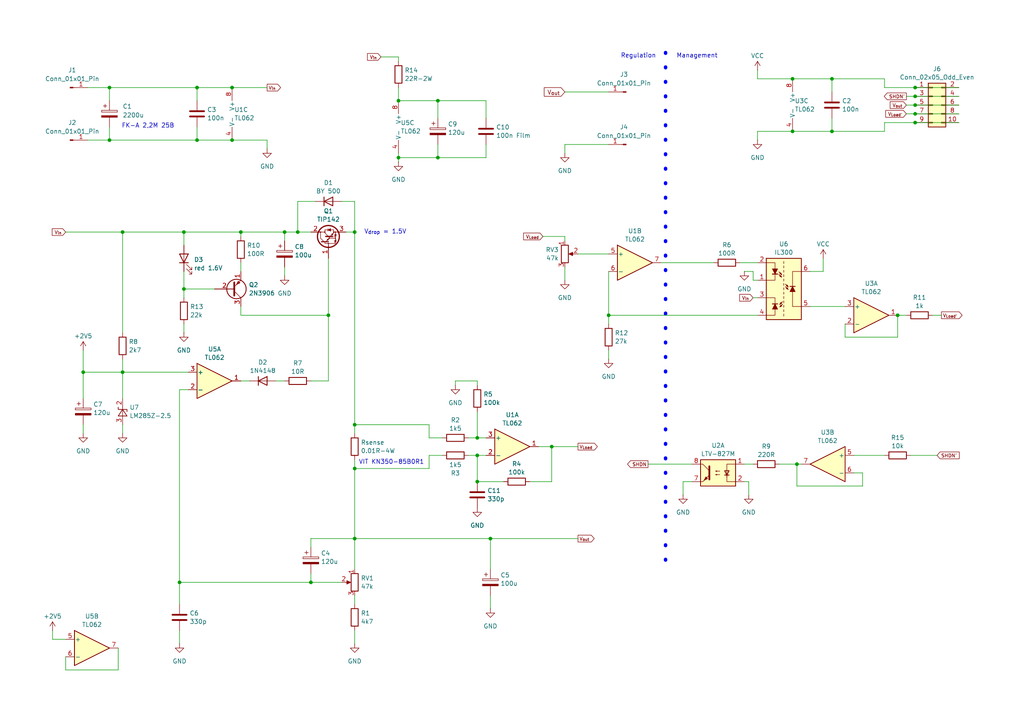
<source format=kicad_sch>
(kicad_sch (version 20231120) (generator "eeschema") (generator_version "8.0")
  (paper "A4")
  (lib_symbols
    (symbol "Amplifier_Operational:TL062" (pin_names (offset 0.127))
      (property "Reference" "U" (at 0 5.08 0))
      (property "Value" "TL062" (at 0 -5.08 0))
      (symbol "TL062_1_1"
        (polyline (pts (xy -5.08 5.08) (xy 5.08 0) (xy -5.08 -5.08) (xy -5.08 5.08)) (stroke (width 0.254)) (fill (type background)))
        (pin output line (at 7.62 0 180) (length 2.54) (name "~") (number "1"))
        (pin input line (at -7.62 -2.54 0) (length 2.54) (name "-") (number "2"))
        (pin input line (at -7.62 2.54 0) (length 2.54) (name "+") (number "3"))
      )
      (symbol "TL062_2_1"
        (polyline (pts (xy -5.08 5.08) (xy 5.08 0) (xy -5.08 -5.08) (xy -5.08 5.08)) (stroke (width 0.254)) (fill (type background)))
        (pin input line (at -7.62 2.54 0) (length 2.54) (name "+") (number "5"))
        (pin input line (at -7.62 -2.54 0) (length 2.54) (name "-") (number "6"))
        (pin output line (at 7.62 0 180) (length 2.54) (name "~") (number "7"))
      )
      (symbol "TL062_3_1"
        (pin power_in line (at -2.54 -7.62 90) (length 3.81) (name "V-") (number "4"))
        (pin power_in line (at -2.54 7.62 270) (length 3.81) (name "V+") (number "8"))
      )
    )
    (symbol "Connector:Conn_01x01_Pin" (pin_names (offset 1.016) hide)
      (property "Reference" "J" (at 0 2.54 0))
      (property "Value" "Conn_01x01_Pin" (at 0 -2.54 0))
      (symbol "Conn_01x01_Pin_1_1"
        (polyline (pts (xy 1.27 0) (xy 0.8636 0)) (stroke (width 0.1524)))
        (rectangle (start 0.8636 0.127) (end 0 -0.127) (stroke (width 0.1524)) (fill (type outline)))
        (pin passive line (at 5.08 0 180) (length 3.81) (name "Pin_1") (number "1"))
      )
    )
    (symbol "Connector_Generic:Conn_02x05_Odd_Even" (pin_names (offset 1.016) hide)
      (property "Reference" "J" (at 1.27 7.62 0))
      (property "Value" "Conn_02x05_Odd_Even" (at 1.27 -7.62 0))
      (symbol "Conn_02x05_Odd_Even_1_1"
        (rectangle (start -1.27 -4.953) (end 0 -5.207) (stroke (width 0.1524)))
        (rectangle (start -1.27 -2.413) (end 0 -2.667) (stroke (width 0.1524)))
        (rectangle (start -1.27 0.127) (end 0 -0.127) (stroke (width 0.1524)))
        (rectangle (start -1.27 2.667) (end 0 2.413) (stroke (width 0.1524)))
        (rectangle (start -1.27 5.207) (end 0 4.953) (stroke (width 0.1524)))
        (rectangle (start -1.27 6.35) (end 3.81 -6.35) (stroke (width 0.254)) (fill (type background)))
        (rectangle (start 3.81 -4.953) (end 2.54 -5.207) (stroke (width 0.1524)))
        (rectangle (start 3.81 -2.413) (end 2.54 -2.667) (stroke (width 0.1524)))
        (rectangle (start 3.81 0.127) (end 2.54 -0.127) (stroke (width 0.1524)))
        (rectangle (start 3.81 2.667) (end 2.54 2.413) (stroke (width 0.1524)))
        (rectangle (start 3.81 5.207) (end 2.54 4.953) (stroke (width 0.1524)))
        (pin passive line (at -5.08 5.08 0) (length 3.81) (name "Pin_1") (number "1"))
        (pin passive line (at 7.62 -5.08 180) (length 3.81) (name "Pin_10") (number "10"))
        (pin passive line (at 7.62 5.08 180) (length 3.81) (name "Pin_2") (number "2"))
        (pin passive line (at -5.08 2.54 0) (length 3.81) (name "Pin_3") (number "3"))
        (pin passive line (at 7.62 2.54 180) (length 3.81) (name "Pin_4") (number "4"))
        (pin passive line (at -5.08 0 0) (length 3.81) (name "Pin_5") (number "5"))
        (pin passive line (at 7.62 0 180) (length 3.81) (name "Pin_6") (number "6"))
        (pin passive line (at -5.08 -2.54 0) (length 3.81) (name "Pin_7") (number "7"))
        (pin passive line (at 7.62 -2.54 180) (length 3.81) (name "Pin_8") (number "8"))
        (pin passive line (at -5.08 -5.08 0) (length 3.81) (name "Pin_9") (number "9"))
      )
    )
    (symbol "Device:C" (pin_numbers hide) (pin_names (offset 0.254))
      (property "Reference" "C" (at 0.635 2.54 0))
      (property "Value" "C" (at 0.635 -2.54 0))
      (symbol "C_0_1"
        (polyline (pts (xy -2.032 -0.762) (xy 2.032 -0.762)) (stroke (width 0.508)))
        (polyline (pts (xy -2.032 0.762) (xy 2.032 0.762)) (stroke (width 0.508)))
      )
      (symbol "C_1_1"
        (pin passive line (at 0 3.81 270) (length 2.794) (name "~") (number "1"))
        (pin passive line (at 0 -3.81 90) (length 2.794) (name "~") (number "2"))
      )
    )
    (symbol "Device:C_Polarized" (pin_numbers hide) (pin_names (offset 0.254))
      (property "Reference" "C" (at 0.635 2.54 0))
      (property "Value" "C_Polarized" (at 0.635 -2.54 0))
      (symbol "C_Polarized_0_1"
        (rectangle (start -2.286 0.508) (end 2.286 1.016))
        (polyline (pts (xy -1.778 2.286) (xy -0.762 2.286)))
        (polyline (pts (xy -1.27 2.794) (xy -1.27 1.778)))
        (rectangle (start 2.286 -0.508) (end -2.286 -1.016) (fill (type outline)))
      )
      (symbol "C_Polarized_1_1"
        (pin passive line (at 0 3.81 270) (length 2.794) (name "~") (number "1"))
        (pin passive line (at 0 -3.81 90) (length 2.794) (name "~") (number "2"))
      )
    )
    (symbol "Device:D" (pin_numbers hide) (pin_names (offset 1.016) hide)
      (property "Reference" "D" (at 0 2.54 0))
      (property "Value" "D" (at 0 -2.54 0))
      (symbol "D_0_1"
        (polyline (pts (xy -1.27 1.27) (xy -1.27 -1.27)) (stroke (width 0.254)))
        (polyline (pts (xy 1.27 0) (xy -1.27 0)))
        (polyline (pts (xy 1.27 1.27) (xy 1.27 -1.27) (xy -1.27 0) (xy 1.27 1.27)) (stroke (width 0.254)))
      )
      (symbol "D_1_1"
        (pin passive line (at -3.81 0 0) (length 2.54) (name "K") (number "1"))
        (pin passive line (at 3.81 0 180) (length 2.54) (name "A") (number "2"))
      )
    )
    (symbol "Device:LED" (pin_numbers hide) (pin_names (offset 1.016) hide)
      (property "Reference" "D" (at 0 2.54 0))
      (property "Value" "LED" (at 0 -2.54 0))
      (symbol "LED_0_1"
        (polyline (pts (xy -1.27 -1.27) (xy -1.27 1.27)) (stroke (width 0.254)))
        (polyline (pts (xy -1.27 0) (xy 1.27 0)))
        (polyline (pts (xy 1.27 -1.27) (xy 1.27 1.27) (xy -1.27 0) (xy 1.27 -1.27)) (stroke (width 0.254)))
        (polyline (pts (xy -3.048 -0.762) (xy -4.572 -2.286) (xy -3.81 -2.286) (xy -4.572 -2.286) (xy -4.572 -1.524)))
        (polyline (pts (xy -1.778 -0.762) (xy -3.302 -2.286) (xy -2.54 -2.286) (xy -3.302 -2.286) (xy -3.302 -1.524)))
      )
      (symbol "LED_1_1"
        (pin passive line (at -3.81 0 0) (length 2.54) (name "K") (number "1"))
        (pin passive line (at 3.81 0 180) (length 2.54) (name "A") (number "2"))
      )
    )
    (symbol "Device:R" (pin_numbers hide) (pin_names (offset 0))
      (property "Reference" "R" (at 2.032 0 90))
      (property "Value" "R" (at 0 0 90))
      (symbol "R_0_1"
        (rectangle (start -1.016 -2.54) (end 1.016 2.54) (stroke (width 0.254)))
      )
      (symbol "R_1_1"
        (pin passive line (at 0 3.81 270) (length 1.27) (name "~") (number "1"))
        (pin passive line (at 0 -3.81 90) (length 1.27) (name "~") (number "2"))
      )
    )
    (symbol "Device:R_Potentiometer" (pin_names (offset 1.016) hide)
      (property "Reference" "RV" (at -4.445 0 90))
      (property "Value" "R_Potentiometer" (at -2.54 0 90))
      (symbol "R_Potentiometer_0_1"
        (polyline (pts (xy 2.54 0) (xy 1.524 0)))
        (polyline (pts (xy 1.143 0) (xy 2.286 0.508) (xy 2.286 -0.508) (xy 1.143 0)) (fill (type outline)))
        (rectangle (start 1.016 2.54) (end -1.016 -2.54) (stroke (width 0.254)))
      )
      (symbol "R_Potentiometer_1_1"
        (pin passive line (at 0 3.81 270) (length 1.27) (name "1") (number "1"))
        (pin passive line (at 3.81 0 180) (length 1.27) (name "2") (number "2"))
        (pin passive line (at 0 -3.81 90) (length 1.27) (name "3") (number "3"))
      )
    )
    (symbol "Diode:1N4148" (pin_numbers hide) (pin_names hide)
      (property "Reference" "D" (at 0 2.54 0))
      (property "Value" "1N4148" (at 0 -2.54 0))
      (symbol "1N4148_0_1"
        (polyline (pts (xy -1.27 1.27) (xy -1.27 -1.27)) (stroke (width 0.254)))
        (polyline (pts (xy 1.27 0) (xy -1.27 0)))
        (polyline (pts (xy 1.27 1.27) (xy 1.27 -1.27) (xy -1.27 0) (xy 1.27 1.27)) (stroke (width 0.254)))
      )
      (symbol "1N4148_1_1"
        (pin passive line (at -3.81 0 0) (length 2.54) (name "K") (number "1"))
        (pin passive line (at 3.81 0 180) (length 2.54) (name "A") (number "2"))
      )
    )
    (symbol "Isolator:LTV-827M" (pin_names (offset 1.016))
      (property "Reference" "U" (at -3.81 5.08 0))
      (property "Value" "LTV-827M" (at 0 -5.08 0))
      (symbol "LTV-827M_0_1"
        (rectangle (start -5.08 3.81) (end 5.08 -3.81) (stroke (width 0.254)) (fill (type background)))
        (polyline (pts (xy -3.175 -0.635) (xy -1.905 -0.635)) (stroke (width 0.254)))
        (polyline (pts (xy 2.54 0.635) (xy 4.445 2.54)))
        (polyline (pts (xy 4.445 -2.54) (xy 2.54 -0.635)) (fill (type outline)))
        (polyline (pts (xy 4.445 -2.54) (xy 5.08 -2.54)))
        (polyline (pts (xy 4.445 2.54) (xy 5.08 2.54)))
        (polyline (pts (xy -2.54 -0.635) (xy -2.54 -2.54) (xy -5.08 -2.54)))
        (polyline (pts (xy 2.54 1.905) (xy 2.54 -1.905) (xy 2.54 -1.905)) (stroke (width 0.508)))
        (polyline (pts (xy -5.08 2.54) (xy -2.54 2.54) (xy -2.54 -1.27) (xy -2.54 0.635)))
        (polyline (pts (xy -2.54 -0.635) (xy -3.175 0.635) (xy -1.905 0.635) (xy -2.54 -0.635)) (stroke (width 0.254)))
        (polyline (pts (xy -0.508 -0.508) (xy 0.762 -0.508) (xy 0.381 -0.635) (xy 0.381 -0.381) (xy 0.762 -0.508)))
        (polyline (pts (xy -0.508 0.508) (xy 0.762 0.508) (xy 0.381 0.381) (xy 0.381 0.635) (xy 0.762 0.508)))
        (polyline (pts (xy 3.048 -1.651) (xy 3.556 -1.143) (xy 4.064 -2.159) (xy 3.048 -1.651) (xy 3.048 -1.651)) (fill (type outline)))
      )
      (symbol "LTV-827M_1_1"
        (pin passive line (at -7.62 2.54 0) (length 2.54) (name "~") (number "1"))
        (pin passive line (at -7.62 -2.54 0) (length 2.54) (name "~") (number "2"))
        (pin passive line (at 7.62 -2.54 180) (length 2.54) (name "~") (number "7"))
        (pin passive line (at 7.62 2.54 180) (length 2.54) (name "~") (number "8"))
      )
      (symbol "LTV-827M_2_1"
        (pin passive line (at -7.62 2.54 0) (length 2.54) (name "~") (number "3"))
        (pin passive line (at -7.62 -2.54 0) (length 2.54) (name "~") (number "4"))
        (pin passive line (at 7.62 -2.54 180) (length 2.54) (name "~") (number "5"))
        (pin passive line (at 7.62 2.54 180) (length 2.54) (name "~") (number "6"))
      )
    )
    (symbol "Isolator_Analog:IL300" (pin_names (offset 1.016))
      (property "Reference" "U" (at -5.08 10.16 0))
      (property "Value" "IL300" (at 0 10.16 0))
      (symbol "IL300_0_1"
        (rectangle (start -5.08 8.89) (end 5.08 -8.89) (stroke (width 0.254)) (fill (type background)))
        (polyline (pts (xy -3.302 -4.318) (xy -1.778 -4.318)) (stroke (width 0.254)))
        (polyline (pts (xy -1.778 4.318) (xy -3.302 4.318)) (stroke (width 0.254)))
        (polyline (pts (xy -1.778 4.318) (xy -3.302 4.318)) (stroke (width 0.254)))
        (polyline (pts (xy 0 -7.239) (xy 0 -7.874)))
        (polyline (pts (xy 0 -5.969) (xy 0 -6.604)))
        (polyline (pts (xy 0 -4.699) (xy 0 -5.334)))
        (polyline (pts (xy 0 -3.429) (xy 0 -4.064)))
        (polyline (pts (xy 0 -2.159) (xy 0 -2.794)))
        (polyline (pts (xy 0 -0.889) (xy 0 -1.524)))
        (polyline (pts (xy 0 0.381) (xy 0 -0.254)))
        (polyline (pts (xy 0 1.651) (xy 0 1.016)))
        (polyline (pts (xy 0 2.921) (xy 0 2.286)))
        (polyline (pts (xy 0 4.191) (xy 0 3.556)))
        (polyline (pts (xy 0 5.461) (xy 0 4.826)))
        (polyline (pts (xy 0 6.731) (xy 0 6.096)))
        (polyline (pts (xy 0 8.001) (xy 0 7.366)))
        (polyline (pts (xy 1.778 0.762) (xy 3.302 0.762)) (stroke (width 0.254)))
        (polyline (pts (xy -1.397 4.953) (xy -0.635 4.191) (xy -0.635 4.191)))
        (polyline (pts (xy -1.397 4.953) (xy -0.635 4.191) (xy -0.635 4.191)))
        (polyline (pts (xy -0.381 -3.683) (xy -1.143 -4.445) (xy -1.143 -4.445)))
        (polyline (pts (xy -0.381 -3.683) (xy -1.143 -4.445) (xy -1.143 -4.445)))
        (polyline (pts (xy 0.508 1.397) (xy 1.27 0.635) (xy 1.27 0.635)))
        (polyline (pts (xy 0.508 1.397) (xy 1.27 0.635) (xy 1.27 0.635)))
        (polyline (pts (xy -5.08 -2.54) (xy -2.54 -2.54) (xy -2.54 -7.62) (xy -5.08 -7.62)))
        (polyline (pts (xy -5.08 7.62) (xy -2.54 7.62) (xy -2.54 2.54) (xy -5.08 2.54)))
        (polyline (pts (xy -3.302 -5.842) (xy -2.54 -4.318) (xy -1.778 -5.842) (xy -3.302 -5.842)) (fill (type outline)))
        (polyline (pts (xy -3.302 5.842) (xy -1.778 5.842) (xy -2.54 4.318) (xy -3.302 5.842)) (fill (type outline)))
        (polyline (pts (xy 3.302 -0.762) (xy 1.778 -0.762) (xy 2.54 0.762) (xy 3.302 -0.762)) (fill (type outline)))
        (polyline (pts (xy 5.08 5.08) (xy 2.54 5.08) (xy 2.54 -5.08) (xy 5.08 -5.08)))
        (polyline (pts (xy -1.143 -4.445) (xy -0.889 -3.937) (xy -0.635 -4.191) (xy -1.143 -4.445) (xy -1.143 -4.445)))
        (polyline (pts (xy -1.143 -4.445) (xy -0.889 -3.937) (xy -0.635 -4.191) (xy -1.143 -4.445) (xy -1.143 -4.445)))
        (polyline (pts (xy -0.635 4.191) (xy -0.889 4.699) (xy -1.143 4.445) (xy -0.635 4.191) (xy -0.635 4.191)))
        (polyline (pts (xy -0.635 4.191) (xy -0.889 4.699) (xy -1.143 4.445) (xy -0.635 4.191) (xy -0.635 4.191)))
        (polyline (pts (xy 1.27 0.635) (xy 1.016 1.143) (xy 0.762 0.889) (xy 1.27 0.635) (xy 1.27 0.635)))
        (polyline (pts (xy 1.27 0.635) (xy 1.016 1.143) (xy 0.762 0.889) (xy 1.27 0.635) (xy 1.27 0.635)))
        (polyline (pts (xy -1.397 4.191) (xy -0.635 3.429) (xy -0.889 3.937) (xy -1.143 3.683) (xy -0.635 3.429) (xy -0.635 3.429)))
        (polyline (pts (xy -1.397 4.191) (xy -0.635 3.429) (xy -0.889 3.937) (xy -1.143 3.683) (xy -0.635 3.429) (xy -0.635 3.429)))
        (polyline (pts (xy -0.381 -4.445) (xy -1.143 -5.207) (xy -0.889 -4.699) (xy -0.635 -4.953) (xy -1.143 -5.207) (xy -1.143 -5.207)))
        (polyline (pts (xy -0.381 -4.445) (xy -1.143 -5.207) (xy -0.889 -4.699) (xy -0.635 -4.953) (xy -1.143 -5.207) (xy -1.143 -5.207)))
        (polyline (pts (xy 0.508 0.635) (xy 1.27 -0.127) (xy 1.016 0.381) (xy 0.762 0.127) (xy 1.27 -0.127) (xy 1.27 -0.127)))
        (polyline (pts (xy 0.508 0.635) (xy 1.27 -0.127) (xy 1.016 0.381) (xy 0.762 0.127) (xy 1.27 -0.127) (xy 1.27 -0.127)))
      )
      (symbol "IL300_1_1"
        (pin passive line (at -7.62 2.54 0) (length 2.54) (name "~") (number "1"))
        (pin passive line (at -7.62 7.62 0) (length 2.54) (name "~") (number "2"))
        (pin passive line (at -7.62 -2.54 0) (length 2.54) (name "~") (number "3"))
        (pin passive line (at -7.62 -7.62 0) (length 2.54) (name "~") (number "4"))
        (pin passive line (at 7.62 -5.08 180) (length 2.54) (name "~") (number "5"))
        (pin passive line (at 7.62 5.08 180) (length 2.54) (name "~") (number "6"))
        (pin no_connect line (at 5.08 2.54 180) (length 2.54) hide (name "NC") (number "7"))
        (pin no_connect line (at 5.08 0 180) (length 2.54) hide (name "NC") (number "8"))
      )
    )
    (symbol "Reference_Voltage:LM285Z-2.5" (pin_names (offset 0.0254) hide)
      (property "Reference" "U" (at 0 2.54 0))
      (property "Value" "LM285Z-2.5" (at 0 -3.175 0))
      (symbol "LM285Z-2.5_0_1"
        (polyline (pts (xy -1.27 0) (xy 0 0) (xy 1.27 0)))
        (polyline (pts (xy -1.27 -1.27) (xy 0.635 0) (xy -1.27 1.27) (xy -1.27 -1.27)) (stroke (width 0.2032)))
        (polyline (pts (xy 0 -1.27) (xy 0.635 -1.27) (xy 0.635 1.27) (xy 1.27 1.27)) (stroke (width 0.2032)))
      )
      (symbol "LM285Z-2.5_1_1"
        (pin passive line (at 3.81 0 180) (length 2.54) (name "K") (number "2"))
        (pin passive line (at -3.81 0 0) (length 2.54) (name "A") (number "3"))
      )
    )
    (symbol "Transistor_BJT:2N3906" (pin_names (offset 0) hide)
      (property "Reference" "Q" (at 5.08 1.905 0))
      (property "Value" "2N3906" (at 5.08 0 0))
      (symbol "2N3906_0_1"
        (polyline (pts (xy 0.635 0.635) (xy 2.54 2.54)))
        (polyline (pts (xy 0.635 -0.635) (xy 2.54 -2.54) (xy 2.54 -2.54)))
        (polyline (pts (xy 0.635 1.905) (xy 0.635 -1.905) (xy 0.635 -1.905)) (stroke (width 0.508)))
        (polyline (pts (xy 2.286 -1.778) (xy 1.778 -2.286) (xy 1.27 -1.27) (xy 2.286 -1.778) (xy 2.286 -1.778)) (fill (type outline)))
        (circle (center 1.27 0) (radius 2.8194) (stroke (width 0.254)))
      )
      (symbol "2N3906_1_1"
        (pin passive line (at 2.54 -5.08 90) (length 2.54) (name "E") (number "1"))
        (pin input line (at -5.08 0 0) (length 5.715) (name "B") (number "2"))
        (pin passive line (at 2.54 5.08 270) (length 2.54) (name "C") (number "3"))
      )
    )
    (symbol "Transistor_BJT:TIP120" (pin_names (offset 0) hide)
      (property "Reference" "Q" (at 5.08 1.905 0))
      (property "Value" "TIP120" (at 5.08 0 0))
      (symbol "TIP120_0_1"
        (circle (center -0.762 0) (radius 0.127))
        (polyline (pts (xy -1.27 0) (xy -0.889 0)))
        (polyline (pts (xy 2.54 -2.032) (xy 2.54 -2.54)))
        (polyline (pts (xy 2.54 -1.524) (xy 3.175 -1.524)))
        (polyline (pts (xy 2.794 0.127) (xy 3.556 0.127)))
        (polyline (pts (xy 3.175 -0.635) (xy 3.175 -1.524)))
        (polyline (pts (xy 3.175 1.016) (xy 2.54 1.016)))
        (polyline (pts (xy 3.175 1.016) (xy 3.175 0.127)))
        (polyline (pts (xy -0.254 0.762) (xy 0.762 -0.254) (xy 1.27 -0.254)))
        (polyline (pts (xy -0.254 1.016) (xy -0.762 1.016) (xy -0.762 -2.032)))
        (polyline (pts (xy -0.254 1.27) (xy 0.762 2.286) (xy 2.54 2.286)))
        (polyline (pts (xy -0.254 2.032) (xy -0.254 0) (xy -0.254 0)) (stroke (width 0.3048)))
        (polyline (pts (xy 1.27 0.762) (xy 1.27 -1.27) (xy 1.27 -1.27)) (stroke (width 0.381)))
        (polyline (pts (xy 0.635 -0.127) (xy 0.381 0.381) (xy 0.127 0.127) (xy 0.635 -0.127)))
        (polyline (pts (xy 1.27 -0.508) (xy 2.286 -1.524) (xy 2.54 -1.524) (xy 2.54 -2.032)))
        (polyline (pts (xy 1.27 0) (xy 2.286 1.016) (xy 2.54 1.016) (xy 2.54 2.286)))
        (polyline (pts (xy 2.159 -1.397) (xy 1.905 -0.889) (xy 1.651 -1.143) (xy 2.159 -1.397)))
        (polyline (pts (xy 3.175 0.127) (xy 2.794 -0.635) (xy 3.556 -0.635) (xy 3.175 0.127)) (fill (type outline)))
        (polyline (pts (xy 0.762 -2.032) (xy 0.381 -2.032) (xy 0.254 -2.286) (xy 0.127 -1.778) (xy 0 -2.286) (xy -0.127 -1.778) (xy -0.254 -2.286) (xy -0.381 -1.778) (xy -0.508 -2.032) (xy -0.762 -2.032)))
        (polyline (pts (xy 0.762 -0.254) (xy 0.762 -2.032) (xy 1.143 -2.032) (xy 1.27 -1.778) (xy 1.397 -2.286) (xy 1.524 -1.778) (xy 1.651 -2.286) (xy 1.778 -1.778) (xy 1.905 -2.286) (xy 2.032 -2.032) (xy 2.54 -2.032)))
        (circle (center 0.762 -2.032) (radius 0.127))
        (circle (center 0.762 -0.254) (radius 0.127))
        (circle (center 1.27 0) (radius 3.175) (stroke (width 0.3556)))
        (circle (center 2.54 -2.032) (radius 0.127))
        (circle (center 2.54 -1.524) (radius 0.127))
        (circle (center 2.54 1.016) (radius 0.127))
        (circle (center 2.54 2.286) (radius 0.127))
      )
      (symbol "TIP120_1_1"
        (pin input line (at -5.08 0 0) (length 3.81) (name "B") (number "1"))
        (pin passive line (at 2.54 5.08 270) (length 2.667) (name "C") (number "2"))
        (pin passive line (at 2.54 -5.08 90) (length 2.54) (name "E") (number "3"))
      )
    )
    (symbol "power:+2V5" (power) (pin_numbers hide) (pin_names (offset 0) hide)
      (property "Value" "+2V5" (at 0 3.556 0))
      (symbol "+2V5_0_1"
        (polyline (pts (xy -0.762 1.27) (xy 0 2.54)))
        (polyline (pts (xy 0 0) (xy 0 2.54)))
        (polyline (pts (xy 0 2.54) (xy 0.762 1.27)))
      )
      (symbol "+2V5_1_1"
        (pin power_in line (at 0 0 90) (length 0) (name "~") (number "1"))
      )
    )
    (symbol "power:GND" (power) (pin_numbers hide) (pin_names (offset 0) hide)
      (property "Value" "GND" (at 0 -3.81 0))
      (symbol "GND_0_1"
        (polyline (pts (xy 0 0) (xy 0 -1.27) (xy 1.27 -1.27) (xy 0 -2.54) (xy -1.27 -1.27) (xy 0 -1.27)))
      )
      (symbol "GND_1_1"
        (pin power_in line (at 0 0 270) (length 0) (name "~") (number "1"))
      )
    )
    (symbol "power:VCC" (power) (pin_numbers hide) (pin_names (offset 0) hide)
      (property "Value" "VCC" (at 0 3.556 0))
      (symbol "VCC_0_1"
        (polyline (pts (xy -0.762 1.27) (xy 0 2.54)))
        (polyline (pts (xy 0 0) (xy 0 2.54)))
        (polyline (pts (xy 0 2.54) (xy 0.762 1.27)))
      )
      (symbol "VCC_1_1"
        (pin power_in line (at 0 0 90) (length 0) (name "~") (number "1"))
      )
    )
  )
  (junction (at 86.36 67.31))
  (junction (at 82.55 67.31))
  (junction (at 127 45.72))
  (junction (at 24.13 107.95))
  (junction (at 265.43 30.48))
  (junction (at 229.87 22.86))
  (junction (at 115.57 29.21))
  (junction (at 53.34 83.82))
  (junction (at 176.53 91.44))
  (junction (at 31.75 40.64))
  (junction (at 142.24 156.21))
  (junction (at 90.17 168.91))
  (junction (at 67.31 25.4))
  (junction (at 69.85 67.31))
  (junction (at 160.02 129.54))
  (junction (at 95.25 91.44))
  (junction (at 52.07 168.91))
  (junction (at 35.56 107.95))
  (junction (at 265.43 33.02))
  (junction (at 229.87 38.1))
  (junction (at 138.43 127))
  (junction (at 127 29.21))
  (junction (at 102.87 156.21))
  (junction (at 67.31 40.64))
  (junction (at 102.87 135.89))
  (junction (at 241.3 22.86))
  (junction (at 115.57 45.72))
  (junction (at 260.35 91.44))
  (junction (at 138.43 132.08))
  (junction (at 102.87 123.19))
  (junction (at 53.34 67.31))
  (junction (at 138.43 139.7))
  (junction (at 231.14 134.62))
  (junction (at 31.75 25.4))
  (junction (at 57.15 40.64))
  (junction (at 57.15 25.4))
  (junction (at 265.43 25.4))
  (junction (at 265.43 27.94))
  (junction (at 35.56 67.31))
  (junction (at 241.3 38.1))
  (junction (at 102.87 67.31))
  (junction (at 265.43 35.56))
  (wire (pts (xy 247.65 137.16) (xy 250.19 137.16)))
  (wire (pts (xy 69.85 88.9) (xy 69.85 91.44)))
  (wire (pts (xy 218.44 81.28) (xy 219.71 81.28)))
  (wire (pts (xy 140.97 41.91) (xy 140.97 45.72)))
  (wire (pts (xy 124.46 132.08) (xy 124.46 135.89)))
  (wire (pts (xy 115.57 45.72) (xy 115.57 46.99)))
  (wire (pts (xy 53.34 86.36) (xy 53.34 83.82)))
  (wire (pts (xy 95.25 91.44) (xy 95.25 110.49)))
  (wire (pts (xy 245.11 97.79) (xy 245.11 93.98)))
  (wire (pts (xy 219.71 91.44) (xy 176.53 91.44)))
  (wire (pts (xy 52.07 182.88) (xy 52.07 186.69)))
  (wire (pts (xy 102.87 123.19) (xy 102.87 125.73)))
  (wire (pts (xy 142.24 172.72) (xy 142.24 176.53)))
  (wire (pts (xy 265.43 25.4) (xy 278.13 25.4)))
  (wire (pts (xy 138.43 132.08) (xy 140.97 132.08)))
  (wire (pts (xy 200.66 139.7) (xy 198.12 139.7)))
  (wire (pts (xy 90.17 168.91) (xy 99.06 168.91)))
  (wire (pts (xy 86.36 67.31) (xy 90.17 67.31)))
  (wire (pts (xy 77.47 43.18) (xy 77.47 40.64)))
  (wire (pts (xy 265.43 33.02) (xy 278.13 33.02)))
  (wire (pts (xy 231.14 140.97) (xy 231.14 134.62)))
  (wire (pts (xy 167.64 73.66) (xy 176.53 73.66)))
  (wire (pts (xy 187.96 134.62) (xy 200.66 134.62)))
  (wire (pts (xy 256.54 25.4) (xy 265.43 25.4)))
  (wire (pts (xy 219.71 22.86) (xy 219.71 20.32)))
  (wire (pts (xy 219.71 40.64) (xy 219.71 38.1)))
  (wire (pts (xy 69.85 110.49) (xy 72.39 110.49)))
  (wire (pts (xy 217.17 139.7) (xy 217.17 143.51)))
  (wire (pts (xy 19.05 190.5) (xy 19.05 194.31)))
  (wire (pts (xy 142.24 156.21) (xy 167.64 156.21)))
  (wire (pts (xy 256.54 35.56) (xy 265.43 35.56)))
  (wire (pts (xy 24.13 107.95) (xy 24.13 115.57)))
  (wire (pts (xy 226.06 134.62) (xy 231.14 134.62)))
  (wire (pts (xy 160.02 139.7) (xy 153.67 139.7)))
  (wire (pts (xy 24.13 123.19) (xy 24.13 125.73)))
  (wire (pts (xy 229.87 38.1) (xy 241.3 38.1)))
  (wire (pts (xy 191.77 76.2) (xy 207.01 76.2)))
  (wire (pts (xy 160.02 129.54) (xy 167.64 129.54)))
  (wire (pts (xy 86.36 67.31) (xy 82.55 67.31)))
  (wire (pts (xy 138.43 110.49) (xy 138.43 111.76)))
  (wire (pts (xy 241.3 22.86) (xy 256.54 22.86)))
  (wire (pts (xy 234.95 88.9) (xy 245.11 88.9)))
  (wire (pts (xy 140.97 45.72) (xy 127 45.72)))
  (wire (pts (xy 218.44 78.74) (xy 218.44 81.28)))
  (wire (pts (xy 135.89 132.08) (xy 138.43 132.08)))
  (wire (pts (xy 138.43 132.08) (xy 138.43 139.7)))
  (wire (pts (xy 91.44 58.42) (xy 86.36 58.42)))
  (wire (pts (xy 138.43 119.38) (xy 138.43 127)))
  (wire (pts (xy 57.15 25.4) (xy 67.31 25.4)))
  (wire (pts (xy 115.57 25.4) (xy 115.57 29.21)))
  (wire (pts (xy 102.87 156.21) (xy 142.24 156.21)))
  (wire (pts (xy 80.01 110.49) (xy 82.55 110.49)))
  (wire (pts (xy 198.12 139.7) (xy 198.12 143.51)))
  (wire (pts (xy 132.08 111.76) (xy 132.08 110.49)))
  (wire (pts (xy 219.71 38.1) (xy 229.87 38.1)))
  (wire (pts (xy 214.63 76.2) (xy 219.71 76.2)))
  (wire (pts (xy 53.34 83.82) (xy 53.34 78.74)))
  (wire (pts (xy 218.44 134.62) (xy 215.9 134.62)))
  (wire (pts (xy 86.36 58.42) (xy 86.36 67.31)))
  (wire (pts (xy 234.95 78.74) (xy 238.76 78.74)))
  (wire (pts (xy 229.87 22.86) (xy 219.71 22.86)))
  (wire (pts (xy 67.31 40.64) (xy 77.47 40.64)))
  (wire (pts (xy 163.83 77.47) (xy 163.83 81.28)))
  (wire (pts (xy 102.87 135.89) (xy 102.87 156.21)))
  (wire (pts (xy 35.56 107.95) (xy 24.13 107.95)))
  (wire (pts (xy 102.87 123.19) (xy 124.46 123.19)))
  (wire (pts (xy 102.87 133.35) (xy 102.87 135.89)))
  (wire (pts (xy 31.75 25.4) (xy 57.15 25.4)))
  (wire (pts (xy 34.29 194.31) (xy 34.29 187.96)))
  (wire (pts (xy 102.87 156.21) (xy 102.87 165.1)))
  (wire (pts (xy 127 45.72) (xy 115.57 45.72)))
  (wire (pts (xy 69.85 67.31) (xy 69.85 68.58)))
  (wire (pts (xy 53.34 71.12) (xy 53.34 67.31)))
  (wire (pts (xy 69.85 91.44) (xy 95.25 91.44)))
  (wire (pts (xy 241.3 38.1) (xy 256.54 38.1)))
  (wire (pts (xy 115.57 44.45) (xy 115.57 45.72)))
  (wire (pts (xy 256.54 22.86) (xy 256.54 25.4)))
  (wire (pts (xy 247.65 132.08) (xy 256.54 132.08)))
  (wire (pts (xy 19.05 67.31) (xy 35.56 67.31)))
  (wire (pts (xy 95.25 74.93) (xy 95.25 91.44)))
  (wire (pts (xy 102.87 135.89) (xy 124.46 135.89)))
  (wire (pts (xy 142.24 156.21) (xy 142.24 165.1)))
  (wire (pts (xy 163.83 68.58) (xy 163.83 69.85)))
  (wire (pts (xy 35.56 123.19) (xy 35.56 125.73)))
  (wire (pts (xy 260.35 97.79) (xy 245.11 97.79)))
  (wire (pts (xy 57.15 29.21) (xy 57.15 25.4)))
  (wire (pts (xy 35.56 67.31) (xy 35.56 96.52)))
  (wire (pts (xy 157.48 68.58) (xy 163.83 68.58)))
  (wire (pts (xy 264.16 132.08) (xy 271.78 132.08)))
  (wire (pts (xy 176.53 101.6) (xy 176.53 104.14)))
  (wire (pts (xy 52.07 113.03) (xy 52.07 168.91)))
  (wire (pts (xy 140.97 34.29) (xy 140.97 29.21)))
  (wire (pts (xy 176.53 78.74) (xy 176.53 91.44)))
  (wire (pts (xy 57.15 36.83) (xy 57.15 40.64)))
  (wire (pts (xy 260.35 91.44) (xy 262.89 91.44)))
  (wire (pts (xy 241.3 22.86) (xy 229.87 22.86)))
  (wire (pts (xy 163.83 26.67) (xy 176.53 26.67)))
  (wire (pts (xy 115.57 16.51) (xy 115.57 17.78)))
  (wire (pts (xy 256.54 38.1) (xy 256.54 35.56)))
  (wire (pts (xy 262.89 33.02) (xy 265.43 33.02)))
  (wire (pts (xy 82.55 67.31) (xy 82.55 69.85)))
  (wire (pts (xy 69.85 76.2) (xy 69.85 78.74)))
  (wire (pts (xy 128.27 127) (xy 124.46 127)))
  (wire (pts (xy 82.55 77.47) (xy 82.55 80.01)))
  (wire (pts (xy 52.07 113.03) (xy 54.61 113.03)))
  (wire (pts (xy 146.05 139.7) (xy 138.43 139.7)))
  (wire (pts (xy 35.56 67.31) (xy 53.34 67.31)))
  (wire (pts (xy 57.15 40.64) (xy 67.31 40.64)))
  (wire (pts (xy 102.87 67.31) (xy 102.87 58.42)))
  (wire (pts (xy 102.87 67.31) (xy 102.87 123.19)))
  (wire (pts (xy 127 29.21) (xy 115.57 29.21)))
  (wire (pts (xy 238.76 74.93) (xy 238.76 78.74)))
  (wire (pts (xy 35.56 107.95) (xy 35.56 115.57)))
  (wire (pts (xy 102.87 58.42) (xy 99.06 58.42)))
  (wire (pts (xy 163.83 41.91) (xy 163.83 44.45)))
  (wire (pts (xy 90.17 156.21) (xy 102.87 156.21)))
  (wire (pts (xy 100.33 67.31) (xy 102.87 67.31)))
  (wire (pts (xy 250.19 140.97) (xy 231.14 140.97)))
  (wire (pts (xy 138.43 127) (xy 140.97 127)))
  (wire (pts (xy 163.83 41.91) (xy 176.53 41.91)))
  (wire (pts (xy 127 29.21) (xy 127 34.29)))
  (wire (pts (xy 31.75 40.64) (xy 57.15 40.64)))
  (wire (pts (xy 265.43 30.48) (xy 278.13 30.48)))
  (wire (pts (xy 215.9 78.74) (xy 218.44 78.74)))
  (wire (pts (xy 90.17 158.75) (xy 90.17 156.21)))
  (wire (pts (xy 132.08 110.49) (xy 138.43 110.49)))
  (wire (pts (xy 35.56 107.95) (xy 54.61 107.95)))
  (wire (pts (xy 250.19 137.16) (xy 250.19 140.97)))
  (wire (pts (xy 31.75 25.4) (xy 31.75 29.21)))
  (wire (pts (xy 262.89 27.94) (xy 265.43 27.94)))
  (wire (pts (xy 35.56 104.14) (xy 35.56 107.95)))
  (wire (pts (xy 265.43 35.56) (xy 278.13 35.56)))
  (wire (pts (xy 176.53 91.44) (xy 176.53 93.98)))
  (wire (pts (xy 241.3 34.29) (xy 241.3 38.1)))
  (wire (pts (xy 53.34 67.31) (xy 69.85 67.31)))
  (wire (pts (xy 90.17 110.49) (xy 95.25 110.49)))
  (wire (pts (xy 124.46 127) (xy 124.46 123.19)))
  (wire (pts (xy 53.34 93.98) (xy 53.34 96.52)))
  (wire (pts (xy 260.35 91.44) (xy 260.35 97.79)))
  (wire (pts (xy 69.85 67.31) (xy 82.55 67.31)))
  (wire (pts (xy 110.49 16.51) (xy 115.57 16.51)))
  (wire (pts (xy 128.27 132.08) (xy 124.46 132.08)))
  (wire (pts (xy 127 41.91) (xy 127 45.72)))
  (wire (pts (xy 135.89 127) (xy 138.43 127)))
  (polyline (pts (xy 193.04 15.24) (xy 193.04 165.1)) (stroke (width 1) (type dot) (color 0 0 255 1)))
  (wire (pts (xy 67.31 25.4) (xy 77.47 25.4)))
  (wire (pts (xy 31.75 36.83) (xy 31.75 40.64)))
  (wire (pts (xy 160.02 139.7) (xy 160.02 129.54)))
  (wire (pts (xy 241.3 26.67) (xy 241.3 22.86)))
  (wire (pts (xy 102.87 182.88) (xy 102.87 186.69)))
  (wire (pts (xy 265.43 27.94) (xy 278.13 27.94)))
  (wire (pts (xy 156.21 129.54) (xy 160.02 129.54)))
  (wire (pts (xy 90.17 166.37) (xy 90.17 168.91)))
  (wire (pts (xy 140.97 29.21) (xy 127 29.21)))
  (wire (pts (xy 217.17 139.7) (xy 215.9 139.7)))
  (wire (pts (xy 218.44 86.36) (xy 219.71 86.36)))
  (wire (pts (xy 53.34 83.82) (xy 62.23 83.82)))
  (wire (pts (xy 102.87 172.72) (xy 102.87 175.26)))
  (wire (pts (xy 52.07 168.91) (xy 90.17 168.91)))
  (wire (pts (xy 270.51 91.44) (xy 273.05 91.44)))
  (wire (pts (xy 24.13 101.6) (xy 24.13 107.95)))
  (wire (pts (xy 15.24 182.88) (xy 15.24 185.42)))
  (wire (pts (xy 15.24 185.42) (xy 19.05 185.42)))
  (wire (pts (xy 231.14 134.62) (xy 232.41 134.62)))
  (wire (pts (xy 262.89 30.48) (xy 265.43 30.48)))
  (wire (pts (xy 19.05 194.31) (xy 34.29 194.31)))
  (wire (pts (xy 52.07 168.91) (xy 52.07 175.26)))
  (wire (pts (xy 31.75 40.64) (xy 25.4 40.64)))
  (wire (pts (xy 25.4 25.4) (xy 31.75 25.4)))
  (text "FK-A 2,2M 25B" (at 42.926 36.576 0) (effects (font (size 1.27 1.27))))
  (text "Regulation" (at 185.166 16.256 0) (effects (font (size 1.27 1.27))))
  (text "VIT KN350-85B0R1" (at 113.538 134.112 0) (effects (font (size 1.27 1.27))))
  (text "Management" (at 202.184 16.256 0) (effects (font (size 1.27 1.27))))
  (text "V_{drop} = 1.5V" (at 111.76 67.31 0) (effects (font (size 1.27 1.27))))
  (global_label "V_{in}" (shape output) (at 77.47 25.4 0) (effects (font (size 1 1))) (property "Intersheetrefs" "${INTERSHEET_REFS}" (effects (hide yes))))
  (global_label "SHDN'" (shape output) (at 262.89 27.94 180) (effects (font (size 1 1))) (property "Intersheetrefs" "${INTERSHEET_REFS}" (effects (hide yes))))
  (global_label "V_{out}" (shape output) (at 167.64 156.21 0) (effects (font (size 1 1))) (property "Intersheetrefs" "${INTERSHEET_REFS}" (effects (hide yes))))
  (global_label "V_{Load}" (shape input) (at 157.48 68.58 180) (effects (font (size 1 1))) (property "Intersheetrefs" "${INTERSHEET_REFS}" (effects (hide yes))))
  (global_label "V_{Load}" (shape output) (at 167.64 129.54 0) (effects (font (size 1 1))) (property "Intersheetrefs" "${INTERSHEET_REFS}" (effects (hide yes))))
  (global_label "V_{out}" (shape input) (at 163.83 26.67 180) (property "Intersheetrefs" "${INTERSHEET_REFS}" (effects (hide yes))))
  (global_label "V_{in}" (shape input) (at 218.44 86.36 180) (effects (font (size 1 1))) (property "Intersheetrefs" "${INTERSHEET_REFS}" (effects (hide yes))))
  (global_label "V_{in}" (shape input) (at 19.05 67.31 180) (effects (font (size 1 1))) (property "Intersheetrefs" "${INTERSHEET_REFS}" (effects (hide yes))))
  (global_label "V_{Load'}" (shape input) (at 262.89 33.02 180) (effects (font (size 1 1))) (property "Intersheetrefs" "${INTERSHEET_REFS}" (effects (hide yes))))
  (global_label "V_{out}" (shape input) (at 262.89 30.48 180) (effects (font (size 1 1))) (property "Intersheetrefs" "${INTERSHEET_REFS}" (effects (hide yes))))
  (global_label "SHDN'" (shape input) (at 271.78 132.08 0) (effects (font (size 1 1))) (property "Intersheetrefs" "${INTERSHEET_REFS}" (effects (hide yes))))
  (global_label "V_{Load'}" (shape output) (at 273.05 91.44 0) (effects (font (size 1 1))) (property "Intersheetrefs" "${INTERSHEET_REFS}" (effects (hide yes))))
  (global_label "SHDN" (shape output) (at 187.96 134.62 180) (effects (font (size 1 1))) (property "Intersheetrefs" "${INTERSHEET_REFS}" (effects (hide yes))))
  (global_label "V_{in}" (shape input) (at 110.49 16.51 180) (effects (font (size 1 1))) (property "Intersheetrefs" "${INTERSHEET_REFS}" (effects (hide yes))))
  (symbol (lib_id "Device:R") (at 210.82 76.2 90) (unit 1)
    (property "Reference" "R6" (at 210.82 71.0395 90))
    (property "Value" "100R" (at 210.82 73.4638 90))
    (property "Description" "Resistor" (effects (hide yes)))
  )
  (symbol (lib_id "Amplifier_Operational:TL062") (at 240.03 134.62 0) (mirror y) (unit 2)
    (property "Reference" "U3" (at 240.03 125.3955 0))
    (property "Value" "TL062" (at 240.03 127.8198 0))
    (property "Datasheet" "http://www.ti.com/lit/ds/symlink/tl061.pdf" (effects (hide yes)))
    (property "Description" "Dual Low-Power JFET-Input Operational Amplifiers, DIP-8/SOIC-8/SSOP-8" (effects (hide yes)))
  )
  (symbol (lib_id "power:GND") (at 198.12 143.51 0) (unit 1)
    (property "Reference" "#PWR016" (effects (hide yes)))
    (property "Value" "GND" (at 198.12 148.59 0))
    (property "Description" "Power symbol creates a global label with name \"GND\" , ground" (effects (hide yes)))
  )
  (symbol (lib_id "Device:LED") (at 53.34 74.93 90) (unit 1)
    (property "Reference" "D3" (at 56.261 75.3053 90) (effects (justify right)))
    (property "Value" "red 1.6V" (at 56.261 77.7296 90) (effects (justify right)))
    (property "Description" "Light emitting diode" (effects (hide yes)))
  )
  (symbol (lib_id "Device:R") (at 115.57 21.59 0) (unit 1)
    (property "Reference" "R14" (at 117.348 20.3778 0) (effects (justify left)))
    (property "Value" "22R-2W" (at 117.348 22.8021 0) (effects (justify left)))
    (property "Description" "Resistor" (effects (hide yes)))
  )
  (symbol (lib_id "power:GND") (at 53.34 96.52 0) (unit 1)
    (property "Reference" "#PWR013" (effects (hide yes)))
    (property "Value" "GND" (at 53.34 101.6 0))
    (property "Description" "Power symbol creates a global label with name \"GND\" , ground" (effects (hide yes)))
  )
  (symbol (lib_id "power:GND") (at 142.24 176.53 0) (unit 1)
    (property "Reference" "#PWR07" (effects (hide yes)))
    (property "Value" "GND" (at 142.24 181.61 0))
    (property "Description" "Power symbol creates a global label with name \"GND\" , ground" (effects (hide yes)))
  )
  (symbol (lib_id "Device:C_Polarized") (at 90.17 162.56 0) (unit 1)
    (property "Reference" "C4" (at 93.091 160.4588 0) (effects (justify left)))
    (property "Value" "120u" (at 93.091 162.8831 0) (effects (justify left)))
    (property "Description" "Polarized capacitor" (effects (hide yes)))
  )
  (symbol (lib_id "Connector:Conn_01x01_Pin") (at 20.32 25.4 0) (unit 1)
    (property "Reference" "J1" (at 20.955 20.32 0))
    (property "Value" "Conn_01x01_Pin" (at 20.955 22.86 0))
    (property "Footprint" "moPsy:Connector FS-P475" (effects (hide yes)))
    (property "Description" "Generic connector, single row, 01x01, script generated" (effects (hide yes)))
  )
  (symbol (lib_id "Device:R") (at 149.86 139.7 90) (unit 1)
    (property "Reference" "R4" (at 149.86 134.5395 90))
    (property "Value" "100k" (at 149.86 136.9638 90))
    (property "Description" "Resistor" (effects (hide yes)))
  )
  (symbol (lib_id "power:GND") (at 115.57 46.99 0) (unit 1)
    (property "Reference" "#PWR014" (effects (hide yes)))
    (property "Value" "GND" (at 115.57 52.07 0))
    (property "Description" "Power symbol creates a global label with name \"GND\" , ground" (effects (hide yes)))
  )
  (symbol (lib_id "power:GND") (at 163.83 81.28 0) (unit 1)
    (property "Reference" "#PWR020" (effects (hide yes)))
    (property "Value" "GND" (at 163.83 86.36 0))
    (property "Description" "Power symbol creates a global label with name \"GND\" , ground" (effects (hide yes)))
  )
  (symbol (lib_id "Connector_Generic:Conn_02x05_Odd_Even") (at 270.51 30.48 0) (unit 1)
    (property "Reference" "J6" (at 271.78 19.9855 0))
    (property "Value" "Conn_02x05_Odd_Even" (at 271.78 22.4098 0))
    (property "Description" "Generic connector, double row, 02x05, odd/even pin numbering scheme (row 1 odd numbers, row 2 even numbers), script generated (kicad-library-utils/schlib/autogen/connector/)" (effects (hide yes)))
  )
  (symbol (lib_id "power:GND") (at 82.55 80.01 0) (unit 1)
    (property "Reference" "#PWR012" (effects (hide yes)))
    (property "Value" "GND" (at 82.55 85.09 0))
    (property "Description" "Power symbol creates a global label with name \"GND\" , ground" (effects (hide yes)))
  )
  (symbol (lib_id "Device:C_Polarized") (at 24.13 119.38 0) (unit 1)
    (property "Reference" "C7" (at 27.051 117.2788 0) (effects (justify left)))
    (property "Value" "120u" (at 27.051 119.7031 0) (effects (justify left)))
    (property "Description" "Polarized capacitor" (effects (hide yes)))
  )
  (symbol (lib_id "power:VCC") (at 238.76 74.93 0) (unit 1)
    (property "Reference" "#PWR018" (effects (hide yes)))
    (property "Value" "VCC" (at 238.76 70.7969 0))
    (property "Description" "Power symbol creates a global label with name \"VCC\"" (effects (hide yes)))
  )
  (symbol (lib_id "Device:R_Potentiometer") (at 163.83 73.66 0) (unit 1)
    (property "Reference" "RV3" (at 162.0521 72.4478 0) (effects (justify right)))
    (property "Value" "47k" (at 162.0521 74.8721 0) (effects (justify right)))
    (property "Description" "Potentiometer" (effects (hide yes)))
  )
  (symbol (lib_id "power:GND") (at 215.9 78.74 0) (unit 1)
    (property "Reference" "#PWR05" (effects (hide yes)))
    (property "Value" "GND" (at 215.9 83.82 0))
    (property "Description" "Power symbol creates a global label with name \"GND\" , ground" (effects (hide yes)))
  )
  (symbol (lib_id "Device:R") (at 53.34 90.17 0) (unit 1)
    (property "Reference" "R13" (at 55.118 88.9578 0) (effects (justify left)))
    (property "Value" "22k" (at 55.118 91.3821 0) (effects (justify left)))
    (property "Description" "Resistor" (effects (hide yes)))
  )
  (symbol (lib_id "power:VCC") (at 219.71 20.32 0) (unit 1)
    (property "Reference" "#PWR010" (effects (hide yes)))
    (property "Value" "VCC" (at 219.71 16.1869 0))
    (property "Description" "Power symbol creates a global label with name \"VCC\"" (effects (hide yes)))
  )
  (symbol (lib_id "Device:R") (at 86.36 110.49 90) (unit 1)
    (property "Reference" "R7" (at 86.36 105.3295 90))
    (property "Value" "10R" (at 86.36 107.7538 90))
    (property "Description" "Resistor" (effects (hide yes)))
  )
  (symbol (lib_id "Device:C") (at 241.3 30.48 0) (unit 1)
    (property "Reference" "C2" (at 244.221 29.2678 0) (effects (justify left)))
    (property "Value" "100n" (at 244.221 31.6921 0) (effects (justify left)))
    (property "Description" "Unpolarized capacitor" (effects (hide yes)))
  )
  (symbol (lib_id "Connector:Conn_01x01_Pin") (at 181.61 26.67 180) (unit 1)
    (property "Reference" "J3" (at 180.975 21.59 0))
    (property "Value" "Conn_01x01_Pin" (at 180.975 24.13 0))
    (property "Footprint" "moPsy:Connector FS-P475" (effects (hide yes)))
    (property "Description" "Generic connector, single row, 01x01, script generated" (effects (hide yes)))
  )
  (symbol (lib_id "Device:R") (at 266.7 91.44 90) (unit 1)
    (property "Reference" "R11" (at 266.7 86.2795 90))
    (property "Value" "1k" (at 266.7 88.7038 90))
    (property "Description" "Resistor" (effects (hide yes)))
  )
  (symbol (lib_id "Device:R") (at 69.85 72.39 0) (unit 1)
    (property "Reference" "R10" (at 71.628 71.1778 0) (effects (justify left)))
    (property "Value" "100R" (at 71.628 73.6021 0) (effects (justify left)))
    (property "Description" "Resistor" (effects (hide yes)))
  )
  (symbol (lib_id "power:+2V5") (at 15.24 182.88 0) (unit 1)
    (property "Reference" "#PWR021" (effects (hide yes)))
    (property "Value" "+2V5" (at 15.24 178.7469 0))
    (property "Description" "Power symbol creates a global label with name \"+2V5\"" (effects (hide yes)))
  )
  (symbol (lib_id "Device:R") (at 102.87 129.54 0) (unit 1)
    (property "Reference" "Rsense" (at 104.648 128.3278 0) (effects (justify left)))
    (property "Value" "0.01R-4W" (at 104.648 130.7521 0) (effects (justify left)))
    (property "Description" "Resistor" (effects (hide yes)))
  )
  (symbol (lib_id "Amplifier_Operational:TL062") (at 252.73 91.44 0) (unit 1)
    (property "Reference" "U3" (at 252.73 82.2155 0))
    (property "Value" "TL062" (at 252.73 84.6398 0))
    (property "Datasheet" "http://www.ti.com/lit/ds/symlink/tl061.pdf" (effects (hide yes)))
    (property "Description" "Dual Low-Power JFET-Input Operational Amplifiers, DIP-8/SOIC-8/SSOP-8" (effects (hide yes)))
  )
  (symbol (lib_id "Connector:Conn_01x01_Pin") (at 181.61 41.91 0) (mirror y) (unit 1)
    (property "Reference" "J4" (at 180.975 36.83 0))
    (property "Value" "Conn_01x01_Pin" (at 180.975 39.37 0))
    (property "Footprint" "moPsy:Connector FS-P475" (effects (hide yes)))
    (property "Description" "Generic connector, single row, 01x01, script generated" (effects (hide yes)))
  )
  (symbol (lib_id "power:GND") (at 138.43 147.32 0) (unit 1)
    (property "Reference" "#PWR022" (effects (hide yes)))
    (property "Value" "GND" (at 138.43 152.4 0))
    (property "Description" "Power symbol creates a global label with name \"GND\" , ground" (effects (hide yes)))
  )
  (symbol (lib_id "Amplifier_Operational:TL062") (at 62.23 110.49 0) (unit 1)
    (property "Reference" "U5" (at 62.23 101.2655 0))
    (property "Value" "TL062" (at 62.23 103.6898 0))
    (property "Datasheet" "http://www.ti.com/lit/ds/symlink/tl061.pdf" (effects (hide yes)))
    (property "Description" "Dual Low-Power JFET-Input Operational Amplifiers, DIP-8/SOIC-8/SSOP-8" (effects (hide yes)))
  )
  (symbol (lib_id "Connector:Conn_01x01_Pin") (at 20.32 40.64 0) (unit 1)
    (property "Reference" "J2" (at 20.955 35.56 0))
    (property "Value" "Conn_01x01_Pin" (at 20.955 38.1 0))
    (property "Footprint" "moPsy:Connector FS-P475" (effects (hide yes)))
    (property "Description" "Generic connector, single row, 01x01, script generated" (effects (hide yes)))
  )
  (symbol (lib_id "Device:R") (at 176.53 97.79 0) (unit 1)
    (property "Reference" "R12" (at 178.308 96.5778 0) (effects (justify left)))
    (property "Value" "27k" (at 178.308 99.0021 0) (effects (justify left)))
    (property "Description" "Resistor" (effects (hide yes)))
  )
  (symbol (lib_id "Device:R") (at 132.08 127 90) (unit 1)
    (property "Reference" "R2" (at 132.08 121.8395 90))
    (property "Value" "1k5" (at 132.08 124.2638 90))
    (property "Description" "Resistor" (effects (hide yes)))
  )
  (symbol (lib_id "Device:R") (at 138.43 115.57 0) (unit 1)
    (property "Reference" "R5" (at 140.208 114.3578 0) (effects (justify left)))
    (property "Value" "100k" (at 140.208 116.7821 0) (effects (justify left)))
    (property "Description" "Resistor" (effects (hide yes)))
  )
  (symbol (lib_id "power:GND") (at 132.08 111.76 0) (unit 1)
    (property "Reference" "#PWR06" (effects (hide yes)))
    (property "Value" "GND" (at 132.08 116.84 0))
    (property "Description" "Power symbol creates a global label with name \"GND\" , ground" (effects (hide yes)))
  )
  (symbol (lib_id "Device:R") (at 222.25 134.62 90) (unit 1)
    (property "Reference" "R9" (at 222.25 129.4595 90))
    (property "Value" "220R" (at 222.25 131.8838 90))
    (property "Description" "Resistor" (effects (hide yes)))
  )
  (symbol (lib_id "Device:C") (at 140.97 38.1 0) (unit 1)
    (property "Reference" "C10" (at 143.891 36.8878 0) (effects (justify left)))
    (property "Value" "100n Film" (at 143.891 39.3121 0) (effects (justify left)))
    (property "Description" "Unpolarized capacitor" (effects (hide yes)))
  )
  (symbol (lib_id "Isolator:LTV-827M") (at 208.28 137.16 0) (mirror y) (unit 1)
    (property "Reference" "U2" (at 208.28 129.2055 0))
    (property "Value" "LTV-827M" (at 208.28 131.6298 0))
    (property "Footprint" "Package_DIP:DIP-8_W10.16mm" (effects (hide yes)))
    (property "Datasheet" "http://www.us.liteon.com/downloads/LTV-817-827-847.PDF" (effects (hide yes)))
    (property "Description" "DC Optocoupler, Vce 35V, CTR 50%, DIP-8" (effects (hide yes)))
  )
  (symbol (lib_id "Transistor_BJT:TIP120") (at 95.25 69.85 90) (unit 1)
    (property "Reference" "Q1" (at 95.25 61.2097 90))
    (property "Value" "TIP142" (at 95.25 63.634 90))
    (property "Footprint" "Package_TO_SOT_THT:TO-220-3_Vertical" (effects (hide yes)))
    (property "Datasheet" "https://www.onsemi.com/pdf/datasheet/tip140-d.pdf" (effects (hide yes)))
    (property "Description" "5A Ic, 60V Vce, Silicon Darlington Power NPN Transistor, TO-220" (effects (hide yes)))
  )
  (symbol (lib_id "Amplifier_Operational:TL062") (at 118.11 36.83 0) (unit 3)
    (property "Reference" "U5" (at 116.205 35.6178 0) (effects (justify left)))
    (property "Value" "TL062" (at 116.205 38.0421 0) (effects (justify left)))
    (property "Datasheet" "http://www.ti.com/lit/ds/symlink/tl061.pdf" (effects (hide yes)))
    (property "Description" "Dual Low-Power JFET-Input Operational Amplifiers, DIP-8/SOIC-8/SSOP-8" (effects (hide yes)))
  )
  (symbol (lib_id "Device:C") (at 138.43 143.51 0) (unit 1)
    (property "Reference" "C11" (at 141.351 142.2978 0) (effects (justify left)))
    (property "Value" "330p" (at 141.351 144.7221 0) (effects (justify left)))
    (property "Description" "Unpolarized capacitor" (effects (hide yes)))
  )
  (symbol (lib_id "Device:R") (at 102.87 179.07 0) (unit 1)
    (property "Reference" "R1" (at 104.648 177.8578 0) (effects (justify left)))
    (property "Value" "4k7" (at 104.648 180.2821 0) (effects (justify left)))
    (property "Description" "Resistor" (effects (hide yes)))
  )
  (symbol (lib_id "power:GND") (at 52.07 186.69 0) (unit 1)
    (property "Reference" "#PWR08" (effects (hide yes)))
    (property "Value" "GND" (at 52.07 191.77 0))
    (property "Description" "Power symbol creates a global label with name \"GND\" , ground" (effects (hide yes)))
  )
  (symbol (lib_id "Reference_Voltage:LM285Z-2.5") (at 35.56 119.38 90) (unit 1)
    (property "Reference" "U7" (at 37.5666 118.1678 90) (effects (justify right)))
    (property "Value" "LM285Z-2.5" (at 37.5666 120.5921 90) (effects (justify right)))
    (property "Footprint" "Package_TO_SOT_THT:TO-92_Inline" (effects (hide yes)))
    (property "Datasheet" "http://www.onsemi.com/pub_link/Collateral/LM285-D.PDF" (effects (hide yes)))
    (property "Description" "2.5V Micropower Voltage Reference Diodes, TO-92" (effects (hide yes)))
  )
  (symbol (lib_id "power:GND") (at 163.83 44.45 0) (mirror y) (unit 1)
    (property "Reference" "#PWR02" (effects (hide yes)))
    (property "Value" "GND" (at 163.83 49.53 0))
    (property "Description" "Power symbol creates a global label with name \"GND\" , ground" (effects (hide yes)))
  )
  (symbol (lib_id "Device:R") (at 35.56 100.33 0) (unit 1)
    (property "Reference" "R8" (at 37.338 99.1178 0) (effects (justify left)))
    (property "Value" "2k7" (at 37.338 101.5421 0) (effects (justify left)))
    (property "Description" "Resistor" (effects (hide yes)))
  )
  (symbol (lib_id "power:GND") (at 35.56 125.73 0) (unit 1)
    (property "Reference" "#PWR01" (effects (hide yes)))
    (property "Value" "GND" (at 35.56 130.81 0))
    (property "Description" "Power symbol creates a global label with name \"GND\" , ground" (effects (hide yes)))
  )
  (symbol (lib_id "Amplifier_Operational:TL062") (at 26.67 187.96 0) (unit 2)
    (property "Reference" "U5" (at 26.67 178.7355 0))
    (property "Value" "TL062" (at 26.67 181.1598 0))
    (property "Datasheet" "http://www.ti.com/lit/ds/symlink/tl061.pdf" (effects (hide yes)))
    (property "Description" "Dual Low-Power JFET-Input Operational Amplifiers, DIP-8/SOIC-8/SSOP-8" (effects (hide yes)))
  )
  (symbol (lib_id "Diode:1N4148") (at 76.2 110.49 0) (unit 1)
    (property "Reference" "D2" (at 76.2 105.0755 0))
    (property "Value" "1N4148" (at 76.2 107.4998 0))
    (property "Footprint" "Diode_THT:D_DO-35_SOD27_P7.62mm_Horizontal" (effects (hide yes)))
    (property "Datasheet" "https://assets.nexperia.com/documents/data-sheet/1N4148_1N4448.pdf" (effects (hide yes)))
    (property "Description" "100V 0.15A standard switching diode, DO-35" (effects (hide yes)))
    (property "Sim.Device" "D" (effects (hide yes)))
    (property "Sim.Pins" "1=K 2=A" (effects (hide yes)))
  )
  (symbol (lib_id "Device:D") (at 95.25 58.42 0) (unit 1)
    (property "Reference" "D1" (at 95.25 53.0055 0))
    (property "Value" "BY 500" (at 95.25 55.4298 0))
    (property "Footprint" "Diode_THT:D_DO-201_P12.70mm_Horizontal" (effects (hide yes)))
    (property "Description" "Diode" (effects (hide yes)))
    (property "Sim.Device" "D" (effects (hide yes)))
    (property "Sim.Pins" "1=K 2=A" (effects (hide yes)))
  )
  (symbol (lib_id "Device:C") (at 52.07 179.07 0) (unit 1)
    (property "Reference" "C6" (at 54.991 177.8578 0) (effects (justify left)))
    (property "Value" "330p" (at 54.991 180.2821 0) (effects (justify left)))
    (property "Description" "Unpolarized capacitor" (effects (hide yes)))
  )
  (symbol (lib_id "Amplifier_Operational:TL062") (at 232.41 30.48 0) (unit 3)
    (property "Reference" "U3" (at 230.505 29.2678 0) (effects (justify left)))
    (property "Value" "TL062" (at 230.505 31.6921 0) (effects (justify left)))
    (property "Datasheet" "http://www.ti.com/lit/ds/symlink/tl061.pdf" (effects (hide yes)))
    (property "Description" "Dual Low-Power JFET-Input Operational Amplifiers, DIP-8/SOIC-8/SSOP-8" (effects (hide yes)))
  )
  (symbol (lib_id "Isolator_Analog:IL300") (at 227.33 83.82 0) (unit 1)
    (property "Reference" "U6" (at 227.33 70.7855 0))
    (property "Value" "IL300" (at 227.33 73.2098 0))
    (property "Datasheet" "http://www.vishay.com/docs/83622/il300.pdf" (effects (hide yes)))
    (property "Description" "Isolated Linear Photocoupler, High Gain, Wideband, DIP8/SMD-DIP8" (effects (hide yes)))
  )
  (symbol (lib_id "Device:C_Polarized") (at 142.24 168.91 0) (unit 1)
    (property "Reference" "C5" (at 145.161 166.8088 0) (effects (justify left)))
    (property "Value" "100u" (at 145.161 169.2331 0) (effects (justify left)))
    (property "Description" "Polarized capacitor" (effects (hide yes)))
  )
  (symbol (lib_id "Device:C") (at 57.15 33.02 0) (unit 1)
    (property "Reference" "C3" (at 60.071 31.8078 0) (effects (justify left)))
    (property "Value" "100n" (at 60.071 34.2321 0) (effects (justify left)))
    (property "Description" "Unpolarized capacitor" (effects (hide yes)))
  )
  (symbol (lib_id "power:GND") (at 217.17 143.51 0) (unit 1)
    (property "Reference" "#PWR015" (effects (hide yes)))
    (property "Value" "GND" (at 217.17 148.59 0))
    (property "Description" "Power symbol creates a global label with name \"GND\" , ground" (effects (hide yes)))
  )
  (symbol (lib_id "Device:C_Polarized") (at 127 38.1 0) (unit 1)
    (property "Reference" "C9" (at 129.921 35.9988 0) (effects (justify left)))
    (property "Value" "120u" (at 129.921 38.4231 0) (effects (justify left)))
    (property "Footprint" "Capacitor_THT:CP_Radial_D16.0mm_P7.50mm" (effects (hide yes)))
    (property "Description" "Polarized capacitor" (effects (hide yes)))
  )
  (symbol (lib_id "power:GND") (at 219.71 40.64 0) (mirror y) (unit 1)
    (property "Reference" "#PWR011" (effects (hide yes)))
    (property "Value" "GND" (at 219.71 45.72 0))
    (property "Description" "Power symbol creates a global label with name \"GND\" , ground" (effects (hide yes)))
  )
  (symbol (lib_id "Amplifier_Operational:TL062") (at 69.85 33.02 0) (unit 3)
    (property "Reference" "U1" (at 67.945 31.8078 0) (effects (justify left)))
    (property "Value" "TL062" (at 67.945 34.2321 0) (effects (justify left)))
    (property "Datasheet" "http://www.ti.com/lit/ds/symlink/tl061.pdf" (effects (hide yes)))
    (property "Description" "Dual Low-Power JFET-Input Operational Amplifiers, DIP-8/SOIC-8/SSOP-8" (effects (hide yes)))
  )
  (symbol (lib_id "Amplifier_Operational:TL062") (at 184.15 76.2 0) (unit 2)
    (property "Reference" "U1" (at 184.15 66.9755 0))
    (property "Value" "TL062" (at 184.15 69.3998 0))
    (property "Datasheet" "http://www.ti.com/lit/ds/symlink/tl061.pdf" (effects (hide yes)))
    (property "Description" "Dual Low-Power JFET-Input Operational Amplifiers, DIP-8/SOIC-8/SSOP-8" (effects (hide yes)))
  )
  (symbol (lib_id "power:GND") (at 102.87 186.69 0) (unit 1)
    (property "Reference" "#PWR04" (effects (hide yes)))
    (property "Value" "GND" (at 102.87 191.77 0))
    (property "Description" "Power symbol creates a global label with name \"GND\" , ground" (effects (hide yes)))
  )
  (symbol (lib_id "Transistor_BJT:2N3906") (at 67.31 83.82 0) (mirror x) (unit 1)
    (property "Reference" "Q2" (at 72.1614 82.6078 0) (effects (justify left)))
    (property "Value" "2N3906" (at 72.1614 85.0321 0) (effects (justify left)))
    (property "Footprint" "Package_TO_SOT_THT:TO-92_Inline" (effects (hide yes)))
    (property "Datasheet" "https://www.onsemi.com/pub/Collateral/2N3906-D.PDF" (effects (hide yes)))
    (property "Description" "-0.2A Ic, -40V Vce, Small Signal PNP Transistor, TO-92" (effects (hide yes)))
  )
  (symbol (lib_id "power:GND") (at 24.13 125.73 0) (unit 1)
    (property "Reference" "#PWR09" (effects (hide yes)))
    (property "Value" "GND" (at 24.13 130.81 0))
    (property "Description" "Power symbol creates a global label with name \"GND\" , ground" (effects (hide yes)))
  )
  (symbol (lib_id "power:+2V5") (at 24.13 101.6 0) (unit 1)
    (property "Reference" "#PWR017" (effects (hide yes)))
    (property "Value" "+2V5" (at 24.13 97.4669 0))
    (property "Description" "Power symbol creates a global label with name \"+2V5\"" (effects (hide yes)))
  )
  (symbol (lib_id "Device:R_Potentiometer") (at 102.87 168.91 0) (mirror y) (unit 1)
    (property "Reference" "RV1" (at 104.6479 167.6978 0) (effects (justify right)))
    (property "Value" "47k" (at 104.6479 170.1221 0) (effects (justify right)))
    (property "Description" "Potentiometer" (effects (hide yes)))
  )
  (symbol (lib_id "Device:R") (at 132.08 132.08 90) (mirror x) (unit 1)
    (property "Reference" "R3" (at 132.08 137.2405 90))
    (property "Value" "1k5" (at 132.08 134.8162 90))
    (property "Description" "Resistor" (effects (hide yes)))
  )
  (symbol (lib_id "Device:C_Polarized") (at 31.75 33.02 0) (unit 1)
    (property "Reference" "C1" (at 35.56 30.8609 0) (effects (justify left)))
    (property "Value" "2200u" (at 35.56 33.4009 0) (effects (justify left)))
    (property "Footprint" "Capacitor_THT:CP_Radial_D16.0mm_P7.50mm" (effects (hide yes)))
    (property "Description" "Polarized capacitor" (effects (hide yes)))
  )
  (symbol (lib_id "power:GND") (at 176.53 104.14 0) (unit 1)
    (property "Reference" "#PWR019" (effects (hide yes)))
    (property "Value" "GND" (at 176.53 109.22 0))
    (property "Description" "Power symbol creates a global label with name \"GND\" , ground" (effects (hide yes)))
  )
  (symbol (lib_id "Device:C_Polarized") (at 82.55 73.66 0) (unit 1)
    (property "Reference" "C8" (at 85.471 71.5588 0) (effects (justify left)))
    (property "Value" "100u" (at 85.471 73.9831 0) (effects (justify left)))
    (property "Description" "Polarized capacitor" (effects (hide yes)))
  )
  (symbol (lib_id "Device:R") (at 260.35 132.08 90) (unit 1)
    (property "Reference" "R15" (at 260.35 126.9195 90))
    (property "Value" "10k" (at 260.35 129.3438 90))
    (property "Description" "Resistor" (effects (hide yes)))
  )
  (symbol (lib_id "power:GND") (at 77.47 43.18 0) (unit 1)
    (property "Reference" "#PWR03" (effects (hide yes)))
    (property "Value" "GND" (at 77.47 48.26 0))
    (property "Description" "Power symbol creates a global label with name \"GND\" , ground" (effects (hide yes)))
  )
  (symbol (lib_id "Amplifier_Operational:TL062") (at 148.59 129.54 0) (unit 1)
    (property "Reference" "U1" (at 148.59 120.3155 0))
    (property "Value" "TL062" (at 148.59 122.7398 0))
    (property "Datasheet" "http://www.ti.com/lit/ds/symlink/tl061.pdf" (effects (hide yes)))
    (property "Description" "Dual Low-Power JFET-Input Operational Amplifiers, DIP-8/SOIC-8/SSOP-8" (effects (hide yes)))
  )
)
</source>
